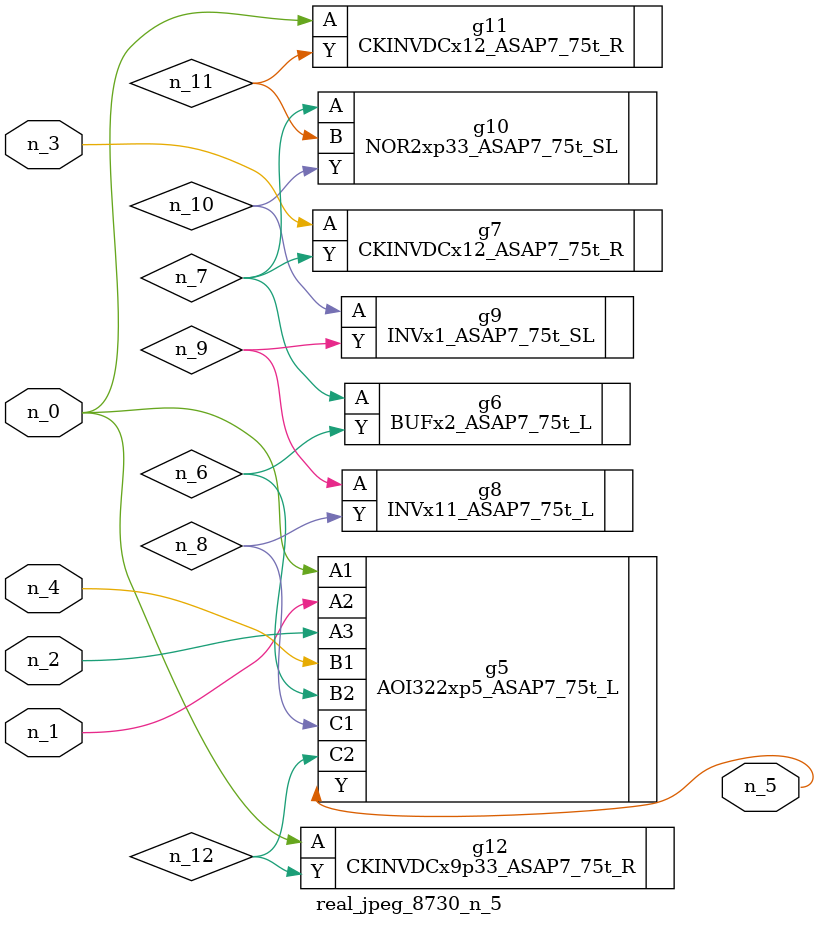
<source format=v>
module real_jpeg_8730_n_5 (n_4, n_0, n_1, n_2, n_3, n_5);

input n_4;
input n_0;
input n_1;
input n_2;
input n_3;

output n_5;

wire n_12;
wire n_8;
wire n_11;
wire n_6;
wire n_7;
wire n_10;
wire n_9;

AOI322xp5_ASAP7_75t_L g5 ( 
.A1(n_0),
.A2(n_1),
.A3(n_2),
.B1(n_4),
.B2(n_6),
.C1(n_8),
.C2(n_12),
.Y(n_5)
);

CKINVDCx12_ASAP7_75t_R g11 ( 
.A(n_0),
.Y(n_11)
);

CKINVDCx9p33_ASAP7_75t_R g12 ( 
.A(n_0),
.Y(n_12)
);

CKINVDCx12_ASAP7_75t_R g7 ( 
.A(n_3),
.Y(n_7)
);

BUFx2_ASAP7_75t_L g6 ( 
.A(n_7),
.Y(n_6)
);

NOR2xp33_ASAP7_75t_SL g10 ( 
.A(n_7),
.B(n_11),
.Y(n_10)
);

INVx11_ASAP7_75t_L g8 ( 
.A(n_9),
.Y(n_8)
);

INVx1_ASAP7_75t_SL g9 ( 
.A(n_10),
.Y(n_9)
);


endmodule
</source>
